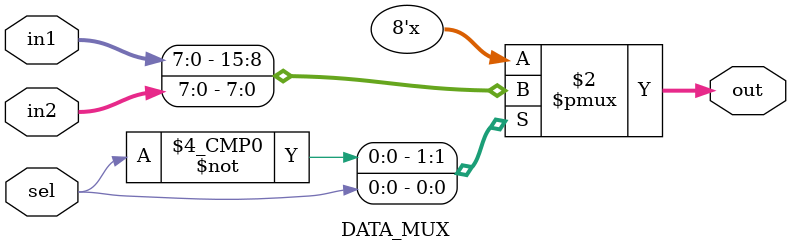
<source format=v>

module DATA_MUX #(
  parameter BUS_WIDTH = 8
  )(
  input [BUS_WIDTH-1 : 0] in1,in2,
  input sel,
  output reg [BUS_WIDTH-1 : 0] out
  );
  
  always @(*)
  begin
    
    case(sel)
      1'd0:
      begin
        out = in1; 
      end
      
      1'd1:
      begin
        out = in2; 
      end
      
    endcase
    
  end
  
endmodule


</source>
